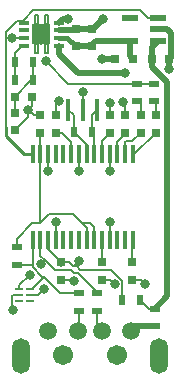
<source format=gtl>
G04 #@! TF.GenerationSoftware,KiCad,Pcbnew,(5.1.8)-1*
G04 #@! TF.CreationDate,2021-01-24T13:56:55+09:00*
G04 #@! TF.ProjectId,USB-Audio-PCM2906,5553422d-4175-4646-996f-2d50434d3239,rev?*
G04 #@! TF.SameCoordinates,Original*
G04 #@! TF.FileFunction,Copper,L1,Top*
G04 #@! TF.FilePolarity,Positive*
%FSLAX46Y46*%
G04 Gerber Fmt 4.6, Leading zero omitted, Abs format (unit mm)*
G04 Created by KiCad (PCBNEW (5.1.8)-1) date 2021-01-24 13:56:55*
%MOMM*%
%LPD*%
G01*
G04 APERTURE LIST*
G04 #@! TA.AperFunction,EtchedComponent*
%ADD10C,0.152400*%
G04 #@! TD*
G04 #@! TA.AperFunction,ComponentPad*
%ADD11O,1.500000X3.000000*%
G04 #@! TD*
G04 #@! TA.AperFunction,ComponentPad*
%ADD12C,1.701800*%
G04 #@! TD*
G04 #@! TA.AperFunction,ComponentPad*
%ADD13C,1.498600*%
G04 #@! TD*
G04 #@! TA.AperFunction,SMDPad,CuDef*
%ADD14R,0.500000X0.900000*%
G04 #@! TD*
G04 #@! TA.AperFunction,SMDPad,CuDef*
%ADD15R,0.750000X0.800000*%
G04 #@! TD*
G04 #@! TA.AperFunction,SMDPad,CuDef*
%ADD16R,0.800000X0.750000*%
G04 #@! TD*
G04 #@! TA.AperFunction,SMDPad,CuDef*
%ADD17R,0.900000X0.500000*%
G04 #@! TD*
G04 #@! TA.AperFunction,SMDPad,CuDef*
%ADD18R,0.650000X0.250000*%
G04 #@! TD*
G04 #@! TA.AperFunction,SMDPad,CuDef*
%ADD19R,1.350000X0.600000*%
G04 #@! TD*
G04 #@! TA.AperFunction,SMDPad,CuDef*
%ADD20R,0.431000X1.639799*%
G04 #@! TD*
G04 #@! TA.AperFunction,ComponentPad*
%ADD21C,0.508000*%
G04 #@! TD*
G04 #@! TA.AperFunction,SMDPad,CuDef*
%ADD22R,1.500000X1.750000*%
G04 #@! TD*
G04 #@! TA.AperFunction,SMDPad,CuDef*
%ADD23R,0.850000X0.350000*%
G04 #@! TD*
G04 #@! TA.AperFunction,SMDPad,CuDef*
%ADD24R,0.400000X1.900000*%
G04 #@! TD*
G04 #@! TA.AperFunction,ViaPad*
%ADD25C,0.800000*%
G04 #@! TD*
G04 #@! TA.AperFunction,Conductor*
%ADD26C,0.200000*%
G04 #@! TD*
G04 #@! TA.AperFunction,Conductor*
%ADD27C,0.500000*%
G04 #@! TD*
G04 #@! TA.AperFunction,Conductor*
%ADD28C,0.400000*%
G04 #@! TD*
G04 #@! TA.AperFunction,Conductor*
%ADD29C,0.250000*%
G04 #@! TD*
G04 APERTURE END LIST*
D10*
G04 #@! TO.C,U4*
X144400000Y-91425000D02*
X144400000Y-91425000D01*
X144400000Y-91425000D02*
X144400000Y-91425000D01*
X144400000Y-91425000D02*
X144400000Y-91425000D01*
X144400000Y-91425000D02*
X144400000Y-91425000D01*
X144400000Y-91425000D02*
X144400000Y-91425000D01*
X144400000Y-91425000D02*
X144400000Y-91425000D01*
X144400000Y-91425000D02*
X144400000Y-91425000D01*
X144400000Y-91425000D02*
X144400000Y-91425000D01*
X144400000Y-93175000D02*
X144400000Y-93175000D01*
X144400000Y-93175000D02*
X144400000Y-93175000D01*
X144400000Y-93175000D02*
X144400000Y-93175000D01*
X144400000Y-93175000D02*
X144400000Y-93175000D01*
X144400000Y-93175000D02*
X144400000Y-93175000D01*
X144400000Y-93175000D02*
X144400000Y-93175000D01*
X144400000Y-93175000D02*
X144400000Y-93175000D01*
X144400000Y-93175000D02*
X144400000Y-93175000D01*
X143853200Y-91425000D02*
X143853200Y-90725000D01*
X143853200Y-90725000D02*
X144083200Y-90725000D01*
X144083200Y-90725000D02*
X144083200Y-91425000D01*
X144083200Y-91425000D02*
X143853200Y-91425000D01*
X144946800Y-91425000D02*
X144946800Y-90725000D01*
X144946800Y-90725000D02*
X144716800Y-90725000D01*
X144716800Y-90725000D02*
X144716800Y-91425000D01*
X144716800Y-91425000D02*
X144946800Y-91425000D01*
X144946800Y-93175000D02*
X144946800Y-93875000D01*
X144946800Y-93875000D02*
X144716800Y-93875000D01*
X144716800Y-93875000D02*
X144716800Y-93175000D01*
X144716800Y-93175000D02*
X144946800Y-93175000D01*
X143853200Y-93175000D02*
X143853200Y-93875000D01*
X143853200Y-93875000D02*
X144083200Y-93875000D01*
X144083200Y-93875000D02*
X144083200Y-93175000D01*
X144083200Y-93175000D02*
X143853200Y-93175000D01*
G04 #@! TD*
D11*
G04 #@! TO.P,J1,5*
G04 #@! TO.N,GND*
X154350000Y-119571994D03*
G04 #@! TO.P,J1,6*
G04 #@! TO.N,N/C*
X142650001Y-119571994D03*
D12*
G04 #@! TO.P,J1,7*
X150800001Y-119500000D03*
G04 #@! TO.P,J1,8*
X146200000Y-119500000D03*
D13*
G04 #@! TO.P,J1,1*
G04 #@! TO.N,Net-(F1-Pad2)*
X152000000Y-117400000D03*
G04 #@! TO.P,J1,2*
G04 #@! TO.N,Net-(J1-Pad2)*
X149500001Y-117400000D03*
G04 #@! TO.P,J1,3*
G04 #@! TO.N,Net-(J1-Pad3)*
X147500000Y-117400000D03*
G04 #@! TO.P,J1,4*
G04 #@! TO.N,GND*
X145000002Y-117400000D03*
G04 #@! TD*
D14*
G04 #@! TO.P,R9,1*
G04 #@! TO.N,Net-(C12-Pad2)*
X143700000Y-96200000D03*
G04 #@! TO.P,R9,2*
G04 #@! TO.N,Net-(R8-Pad2)*
X142200000Y-96200000D03*
G04 #@! TD*
D15*
G04 #@! TO.P,C13,2*
G04 #@! TO.N,Net-(C12-Pad2)*
X142200000Y-98950000D03*
G04 #@! TO.P,C13,1*
G04 #@! TO.N,GND*
X142200000Y-100450000D03*
G04 #@! TD*
G04 #@! TO.P,C1,2*
G04 #@! TO.N,GND*
X146100000Y-113100000D03*
G04 #@! TO.P,C1,1*
G04 #@! TO.N,Net-(C1-Pad1)*
X146100000Y-111600000D03*
G04 #@! TD*
G04 #@! TO.P,C2,2*
G04 #@! TO.N,Net-(C2-Pad2)*
X149500000Y-111600000D03*
G04 #@! TO.P,C2,1*
G04 #@! TO.N,GND*
X149500000Y-113100000D03*
G04 #@! TD*
G04 #@! TO.P,C3,1*
G04 #@! TO.N,GND*
X152100000Y-113100000D03*
G04 #@! TO.P,C3,2*
G04 #@! TO.N,Net-(C3-Pad2)*
X152100000Y-111600000D03*
G04 #@! TD*
D16*
G04 #@! TO.P,C4,1*
G04 #@! TO.N,VBUS*
X153750000Y-94400000D03*
G04 #@! TO.P,C4,2*
G04 #@! TO.N,GND*
X155250000Y-94400000D03*
G04 #@! TD*
G04 #@! TO.P,C5,1*
G04 #@! TO.N,+3V3*
X152150000Y-94400000D03*
G04 #@! TO.P,C5,2*
G04 #@! TO.N,GND*
X150650000Y-94400000D03*
G04 #@! TD*
D15*
G04 #@! TO.P,C6,1*
G04 #@! TO.N,Net-(C6-Pad1)*
X145600000Y-100650000D03*
G04 #@! TO.P,C6,2*
G04 #@! TO.N,GND*
X145600000Y-99150000D03*
G04 #@! TD*
G04 #@! TO.P,C7,2*
G04 #@! TO.N,GND*
X150200000Y-99150000D03*
G04 #@! TO.P,C7,1*
G04 #@! TO.N,Net-(C7-Pad1)*
X150200000Y-100650000D03*
G04 #@! TD*
G04 #@! TO.P,C8,2*
G04 #@! TO.N,GND*
X151500000Y-99150000D03*
G04 #@! TO.P,C8,1*
G04 #@! TO.N,Net-(C8-Pad1)*
X151500000Y-100650000D03*
G04 #@! TD*
G04 #@! TO.P,C9,1*
G04 #@! TO.N,Net-(C9-Pad1)*
X144300000Y-100650000D03*
G04 #@! TO.P,C9,2*
G04 #@! TO.N,GND*
X144300000Y-99150000D03*
G04 #@! TD*
G04 #@! TO.P,C10,2*
G04 #@! TO.N,Net-(C10-Pad2)*
X152800000Y-100650000D03*
G04 #@! TO.P,C10,1*
G04 #@! TO.N,Net-(C10-Pad1)*
X152800000Y-99150000D03*
G04 #@! TD*
G04 #@! TO.P,C11,1*
G04 #@! TO.N,Net-(C11-Pad1)*
X154100000Y-100650000D03*
G04 #@! TO.P,C11,2*
G04 #@! TO.N,Net-(C11-Pad2)*
X154100000Y-99150000D03*
G04 #@! TD*
D16*
G04 #@! TO.P,C12,2*
G04 #@! TO.N,Net-(C12-Pad2)*
X142150000Y-97600000D03*
G04 #@! TO.P,C12,1*
G04 #@! TO.N,GND*
X143650000Y-97600000D03*
G04 #@! TD*
D15*
G04 #@! TO.P,C14,1*
G04 #@! TO.N,+3V3*
X147300000Y-93350000D03*
G04 #@! TO.P,C14,2*
G04 #@! TO.N,GND*
X147300000Y-91850000D03*
G04 #@! TD*
G04 #@! TO.P,C15,2*
G04 #@! TO.N,GND*
X148700000Y-91850000D03*
G04 #@! TO.P,C15,1*
G04 #@! TO.N,+3V3*
X148700000Y-93350000D03*
G04 #@! TD*
D17*
G04 #@! TO.P,F1,2*
G04 #@! TO.N,Net-(F1-Pad2)*
X154000000Y-117050000D03*
G04 #@! TO.P,F1,1*
G04 #@! TO.N,VBUS*
X154000000Y-115550000D03*
G04 #@! TD*
G04 #@! TO.P,R1,1*
G04 #@! TO.N,Net-(R1-Pad1)*
X147600000Y-114250000D03*
G04 #@! TO.P,R1,2*
G04 #@! TO.N,Net-(J1-Pad3)*
X147600000Y-115750000D03*
G04 #@! TD*
G04 #@! TO.P,R2,2*
G04 #@! TO.N,Net-(J1-Pad2)*
X149100000Y-115750000D03*
G04 #@! TO.P,R2,1*
G04 #@! TO.N,Net-(R2-Pad1)*
X149100000Y-114250000D03*
G04 #@! TD*
D14*
G04 #@! TO.P,R3,1*
G04 #@! TO.N,Net-(C1-Pad1)*
X151250000Y-114800000D03*
G04 #@! TO.P,R3,2*
G04 #@! TO.N,VBUS*
X152750000Y-114800000D03*
G04 #@! TD*
D17*
G04 #@! TO.P,R4,2*
G04 #@! TO.N,Net-(R1-Pad1)*
X142300000Y-111850000D03*
G04 #@! TO.P,R4,1*
G04 #@! TO.N,Net-(C9-Pad1)*
X142300000Y-110350000D03*
G04 #@! TD*
D14*
G04 #@! TO.P,R5,2*
G04 #@! TO.N,Net-(R5-Pad2)*
X148650000Y-100600000D03*
G04 #@! TO.P,R5,1*
G04 #@! TO.N,Net-(R5-Pad1)*
X147150000Y-100600000D03*
G04 #@! TD*
D17*
G04 #@! TO.P,R6,1*
G04 #@! TO.N,Net-(R6-Pad1)*
X152500000Y-96500000D03*
G04 #@! TO.P,R6,2*
G04 #@! TO.N,Net-(C10-Pad1)*
X152500000Y-98000000D03*
G04 #@! TD*
G04 #@! TO.P,R7,2*
G04 #@! TO.N,Net-(C11-Pad2)*
X153900000Y-98000000D03*
G04 #@! TO.P,R7,1*
G04 #@! TO.N,Net-(R6-Pad1)*
X153900000Y-96500000D03*
G04 #@! TD*
D14*
G04 #@! TO.P,R8,1*
G04 #@! TO.N,Net-(C12-Pad2)*
X143700000Y-94700000D03*
G04 #@! TO.P,R8,2*
G04 #@! TO.N,Net-(R8-Pad2)*
X142200000Y-94700000D03*
G04 #@! TD*
D18*
G04 #@! TO.P,U1,3*
G04 #@! TO.N,Net-(U1-Pad3)*
X142525000Y-114900000D03*
G04 #@! TO.P,U1,2*
G04 #@! TO.N,GND*
X142525000Y-114400000D03*
G04 #@! TO.P,U1,1*
G04 #@! TO.N,Net-(R2-Pad1)*
X142525000Y-113900000D03*
G04 #@! TO.P,U1,4*
G04 #@! TO.N,Net-(U1-Pad4)*
X143475000Y-114900000D03*
G04 #@! TO.P,U1,5*
G04 #@! TO.N,Net-(C1-Pad1)*
X143475000Y-114400000D03*
G04 #@! TO.P,U1,6*
G04 #@! TO.N,Net-(R1-Pad1)*
X143475000Y-113900000D03*
G04 #@! TD*
D19*
G04 #@! TO.P,U2,1*
G04 #@! TO.N,VBUS*
X154285000Y-92850000D03*
G04 #@! TO.P,U2,2*
G04 #@! TO.N,GND*
X154285000Y-91900000D03*
G04 #@! TO.P,U2,3*
G04 #@! TO.N,EN*
X154285000Y-90950000D03*
G04 #@! TO.P,U2,4*
G04 #@! TO.N,Net-(U2-Pad4)*
X151915000Y-90950000D03*
G04 #@! TO.P,U2,5*
G04 #@! TO.N,+3V3*
X151915000Y-92850000D03*
G04 #@! TD*
D20*
G04 #@! TO.P,U3,1*
G04 #@! TO.N,Net-(R1-Pad1)*
X143675000Y-109732200D03*
G04 #@! TO.P,U3,2*
G04 #@! TO.N,Net-(R2-Pad1)*
X144325001Y-109732200D03*
G04 #@! TO.P,U3,3*
G04 #@! TO.N,Net-(C1-Pad1)*
X144975000Y-109732200D03*
G04 #@! TO.P,U3,4*
G04 #@! TO.N,GND*
X145625001Y-109732200D03*
G04 #@! TO.P,U3,5*
G04 #@! TO.N,Net-(U3-Pad5)*
X146274999Y-109732200D03*
G04 #@! TO.P,U3,6*
G04 #@! TO.N,Net-(U3-Pad6)*
X146925001Y-109732200D03*
G04 #@! TO.P,U3,7*
G04 #@! TO.N,Net-(U3-Pad7)*
X147574999Y-109732200D03*
G04 #@! TO.P,U3,8*
G04 #@! TO.N,Net-(C9-Pad1)*
X148224998Y-109732200D03*
G04 #@! TO.P,U3,9*
X148874999Y-109732200D03*
G04 #@! TO.P,U3,10*
G04 #@! TO.N,Net-(C2-Pad2)*
X149524998Y-109732200D03*
G04 #@! TO.P,U3,11*
G04 #@! TO.N,GND*
X150174999Y-109732200D03*
G04 #@! TO.P,U3,12*
G04 #@! TO.N,Net-(U3-Pad12)*
X150824998Y-109732200D03*
G04 #@! TO.P,U3,13*
G04 #@! TO.N,Net-(U3-Pad13)*
X151474999Y-109732200D03*
G04 #@! TO.P,U3,14*
G04 #@! TO.N,Net-(C3-Pad2)*
X152124998Y-109732200D03*
G04 #@! TO.P,U3,15*
G04 #@! TO.N,Net-(C11-Pad1)*
X152125000Y-102467800D03*
G04 #@! TO.P,U3,16*
G04 #@! TO.N,Net-(C10-Pad2)*
X151474999Y-102467800D03*
G04 #@! TO.P,U3,17*
G04 #@! TO.N,Net-(C8-Pad1)*
X150825000Y-102467800D03*
G04 #@! TO.P,U3,18*
G04 #@! TO.N,GND*
X150174999Y-102467800D03*
G04 #@! TO.P,U3,19*
G04 #@! TO.N,Net-(C7-Pad1)*
X149525001Y-102467800D03*
G04 #@! TO.P,U3,20*
G04 #@! TO.N,Net-(R5-Pad2)*
X148874999Y-102467800D03*
G04 #@! TO.P,U3,21*
G04 #@! TO.N,Net-(R5-Pad1)*
X148225001Y-102467800D03*
G04 #@! TO.P,U3,22*
G04 #@! TO.N,GND*
X147574999Y-102467800D03*
G04 #@! TO.P,U3,23*
G04 #@! TO.N,Net-(C6-Pad1)*
X146925001Y-102467800D03*
G04 #@! TO.P,U3,24*
G04 #@! TO.N,Net-(U3-Pad24)*
X146274999Y-102467800D03*
G04 #@! TO.P,U3,25*
G04 #@! TO.N,Net-(U3-Pad25)*
X145625001Y-102467800D03*
G04 #@! TO.P,U3,26*
G04 #@! TO.N,GND*
X144975000Y-102467800D03*
G04 #@! TO.P,U3,27*
G04 #@! TO.N,Net-(C9-Pad1)*
X144325001Y-102467800D03*
G04 #@! TO.P,U3,28*
G04 #@! TO.N,EN*
X143675000Y-102467800D03*
G04 #@! TD*
D21*
G04 #@! TO.P,U4,9*
G04 #@! TO.N,GND*
X144400000Y-91906300D03*
X144400000Y-92693700D03*
D22*
X144400000Y-92300000D03*
D23*
G04 #@! TO.P,U4,8*
G04 #@! TO.N,Net-(LS1-Pad1)*
X145875001Y-91325001D03*
G04 #@! TO.P,U4,7*
G04 #@! TO.N,GND*
X145875001Y-91974999D03*
G04 #@! TO.P,U4,6*
G04 #@! TO.N,+3V3*
X145875001Y-92625001D03*
G04 #@! TO.P,U4,5*
G04 #@! TO.N,Net-(LS1-Pad2)*
X145875001Y-93274999D03*
G04 #@! TO.P,U4,4*
G04 #@! TO.N,Net-(R8-Pad2)*
X142924999Y-93274999D03*
G04 #@! TO.P,U4,3*
G04 #@! TO.N,Net-(R6-Pad1)*
X142924999Y-92625001D03*
G04 #@! TO.P,U4,2*
G04 #@! TO.N,Net-(U4-Pad2)*
X142924999Y-91974999D03*
G04 #@! TO.P,U4,1*
G04 #@! TO.N,EN*
X142924999Y-91325001D03*
G04 #@! TD*
D24*
G04 #@! TO.P,Y1,3*
G04 #@! TO.N,Net-(R5-Pad1)*
X146700000Y-98700000D03*
G04 #@! TO.P,Y1,2*
G04 #@! TO.N,GND*
X147900000Y-98700000D03*
G04 #@! TO.P,Y1,1*
G04 #@! TO.N,Net-(R5-Pad2)*
X149100000Y-98700000D03*
G04 #@! TD*
D25*
G04 #@! TO.N,GND*
X145600000Y-108200000D03*
X150200000Y-108200000D03*
X147200000Y-113200000D03*
X150600000Y-113500000D03*
X153200000Y-113500000D03*
X142000000Y-115700000D03*
X150200000Y-103900000D03*
X147600000Y-103900000D03*
X145000000Y-103900000D03*
X151350000Y-98050000D03*
X150200000Y-98100000D03*
X147900000Y-97200000D03*
X145900000Y-98000000D03*
X155200000Y-95300000D03*
X149500000Y-94400000D03*
X149590553Y-91000000D03*
X143300000Y-98700000D03*
G04 #@! TO.N,Net-(C1-Pad1)*
X144600000Y-113900000D03*
X147600000Y-111500000D03*
G04 #@! TO.N,Net-(LS1-Pad1)*
X146700000Y-91000000D03*
G04 #@! TO.N,Net-(LS1-Pad2)*
X151450000Y-95600000D03*
G04 #@! TO.N,Net-(R2-Pad1)*
X143400000Y-112700000D03*
X144400000Y-111800000D03*
G04 #@! TO.N,Net-(R6-Pad1)*
X144800000Y-94600000D03*
X141950000Y-92600000D03*
G04 #@! TD*
D26*
G04 #@! TO.N,GND*
X145625001Y-108225001D02*
X145600000Y-108200000D01*
X145625001Y-109732200D02*
X145625001Y-108225001D01*
X150174999Y-108225001D02*
X150200000Y-108200000D01*
X150174999Y-109732200D02*
X150174999Y-108225001D01*
X146100000Y-113100000D02*
X147100000Y-113100000D01*
X147100000Y-113100000D02*
X147200000Y-113200000D01*
X150200000Y-113100000D02*
X150600000Y-113500000D01*
X149500000Y-113100000D02*
X150200000Y-113100000D01*
X152800000Y-113100000D02*
X153200000Y-113500000D01*
X152100000Y-113100000D02*
X152800000Y-113100000D01*
X141947599Y-115647599D02*
X142000000Y-115700000D01*
X141947599Y-114452401D02*
X141947599Y-115647599D01*
X142000000Y-114400000D02*
X141947599Y-114452401D01*
X142525000Y-114400000D02*
X142000000Y-114400000D01*
X150174999Y-103874999D02*
X150200000Y-103900000D01*
X150174999Y-102467800D02*
X150174999Y-103874999D01*
X147574999Y-103874999D02*
X147600000Y-103900000D01*
X147574999Y-102467800D02*
X147574999Y-103874999D01*
X144975000Y-103875000D02*
X145000000Y-103900000D01*
X144975000Y-102467800D02*
X144975000Y-103875000D01*
X150200000Y-99150000D02*
X150200000Y-98100000D01*
X147900000Y-98700000D02*
X147900000Y-97200000D01*
X145600000Y-98300000D02*
X145900000Y-98000000D01*
X145600000Y-99150000D02*
X145600000Y-98300000D01*
D27*
X155034322Y-91900000D02*
X154285000Y-91900000D01*
X155362401Y-92228079D02*
X155034322Y-91900000D01*
X155362401Y-94287599D02*
X155362401Y-92228079D01*
X155250000Y-94400000D02*
X155362401Y-94287599D01*
X150650000Y-94400000D02*
X149500000Y-94400000D01*
X146975001Y-91974999D02*
X147100000Y-91850000D01*
X145875001Y-91974999D02*
X146975001Y-91974999D01*
X147100000Y-91850000D02*
X148500000Y-91850000D01*
X148740553Y-91850000D02*
X149590553Y-91000000D01*
X148500000Y-91850000D02*
X148740553Y-91850000D01*
X155250000Y-95250000D02*
X155236323Y-95263677D01*
X155250000Y-94400000D02*
X155250000Y-95250000D01*
D26*
X151500000Y-98200000D02*
X151350000Y-98050000D01*
X151500000Y-99150000D02*
X151500000Y-98200000D01*
X143650000Y-98350000D02*
X143300000Y-98700000D01*
X143650000Y-97600000D02*
X143650000Y-98350000D01*
X143750000Y-99150000D02*
X143300000Y-98700000D01*
X144300000Y-99150000D02*
X143750000Y-99150000D01*
X143300000Y-99350000D02*
X143300000Y-98700000D01*
X142200000Y-100450000D02*
X143300000Y-99350000D01*
G04 #@! TO.N,Net-(C1-Pad1)*
X145950000Y-111450000D02*
X146100000Y-111600000D01*
X146100000Y-111900000D02*
X146100000Y-111600000D01*
X146748384Y-111600000D02*
X146100000Y-111600000D01*
X144100000Y-114400000D02*
X144600000Y-113900000D01*
X143475000Y-114400000D02*
X144100000Y-114400000D01*
X147174192Y-111925808D02*
X147074192Y-111925808D01*
X147600000Y-111500000D02*
X147174192Y-111925808D01*
X147074192Y-111925808D02*
X146748384Y-111600000D01*
X144975000Y-110475000D02*
X146100000Y-111600000D01*
X144975000Y-109732200D02*
X144975000Y-110475000D01*
X147716341Y-112252401D02*
X147389748Y-111925808D01*
X147389748Y-111925808D02*
X147074192Y-111925808D01*
X151252402Y-114797598D02*
X151252402Y-113186846D01*
X151250000Y-114800000D02*
X151252402Y-114797598D01*
X151252402Y-113186846D02*
X150317957Y-112252401D01*
X150317957Y-112252401D02*
X147716341Y-112252401D01*
G04 #@! TO.N,Net-(C2-Pad2)*
X149500000Y-109757198D02*
X149524998Y-109732200D01*
X149500000Y-111600000D02*
X149500000Y-109757198D01*
G04 #@! TO.N,Net-(C3-Pad2)*
X152100000Y-109757198D02*
X152124998Y-109732200D01*
X152100000Y-111600000D02*
X152100000Y-109757198D01*
G04 #@! TO.N,VBUS*
X153500000Y-115550000D02*
X152750000Y-114800000D01*
X154000000Y-115550000D02*
X153500000Y-115550000D01*
D27*
X153750000Y-93385000D02*
X154285000Y-92850000D01*
X153750000Y-94400000D02*
X153750000Y-93385000D01*
X154000000Y-115550000D02*
X155052401Y-114497599D01*
X153750000Y-94700001D02*
X153750000Y-94400000D01*
X153750000Y-94400000D02*
X153750000Y-95050000D01*
X153750000Y-95050000D02*
X154547599Y-95847599D01*
X155052401Y-96339955D02*
X155052401Y-114497599D01*
X154560045Y-95847599D02*
X155052401Y-96339955D01*
X154547599Y-95847599D02*
X154560045Y-95847599D01*
G04 #@! TO.N,+3V3*
X151815000Y-92950000D02*
X151915000Y-92850000D01*
X151915000Y-94165000D02*
X152150000Y-94400000D01*
X151915000Y-92850000D02*
X151915000Y-94165000D01*
X149000000Y-92850000D02*
X148500000Y-93350000D01*
X151915000Y-92850000D02*
X149000000Y-92850000D01*
X148700000Y-93350000D02*
X147300000Y-93350000D01*
D28*
X146575001Y-92625001D02*
X147300000Y-93350000D01*
X145875001Y-92625001D02*
X146575001Y-92625001D01*
D26*
G04 #@! TO.N,Net-(C6-Pad1)*
X146127100Y-100650000D02*
X145600000Y-100650000D01*
X146925001Y-101447901D02*
X146127100Y-100650000D01*
X146925001Y-102467800D02*
X146925001Y-101447901D01*
G04 #@! TO.N,Net-(C7-Pad1)*
X149525001Y-101324999D02*
X150200000Y-100650000D01*
X149525001Y-102467800D02*
X149525001Y-101324999D01*
G04 #@! TO.N,Net-(C8-Pad1)*
X151500000Y-100772901D02*
X151500000Y-100650000D01*
X150825000Y-101447901D02*
X151500000Y-100772901D01*
X150825000Y-102467800D02*
X150825000Y-101447901D01*
G04 #@! TO.N,Net-(C9-Pad1)*
X144300000Y-102442799D02*
X144325001Y-102467800D01*
X144300000Y-100650000D02*
X144300000Y-102442799D01*
X142300000Y-109617479D02*
X143617479Y-108300000D01*
X142300000Y-110350000D02*
X142300000Y-109617479D01*
X148224998Y-108712301D02*
X148224998Y-109732200D01*
X147812697Y-108300000D02*
X148224998Y-108712301D01*
X147812697Y-108300000D02*
X148500000Y-108300000D01*
X148874999Y-108674999D02*
X148874999Y-109732200D01*
X148500000Y-108300000D02*
X148874999Y-108674999D01*
X144325001Y-108274999D02*
X144300000Y-108300000D01*
X144325001Y-102467800D02*
X144325001Y-108274999D01*
X143617479Y-108300000D02*
X144300000Y-108300000D01*
X144300000Y-108300000D02*
X145052402Y-107547598D01*
X147060295Y-107547598D02*
X147812697Y-108300000D01*
X145052402Y-107547598D02*
X147060295Y-107547598D01*
G04 #@! TO.N,Net-(C10-Pad2)*
X152054500Y-101395500D02*
X152800000Y-100650000D01*
X151527400Y-101395500D02*
X152054500Y-101395500D01*
X151474999Y-101447901D02*
X151527400Y-101395500D01*
X151474999Y-102467800D02*
X151474999Y-101447901D01*
G04 #@! TO.N,Net-(C10-Pad1)*
X152800000Y-99150000D02*
X152800000Y-98000000D01*
G04 #@! TO.N,Net-(C11-Pad1)*
X152282200Y-102467800D02*
X154100000Y-100650000D01*
X152125000Y-102467800D02*
X152282200Y-102467800D01*
G04 #@! TO.N,Net-(C11-Pad2)*
X154100000Y-98100000D02*
X154200000Y-98000000D01*
X154100000Y-99150000D02*
X154100000Y-98100000D01*
D29*
G04 #@! TO.N,Net-(C12-Pad2)*
X142200000Y-98950000D02*
X142200000Y-98824322D01*
D26*
X143700000Y-94700000D02*
X143700000Y-96200000D01*
X143550000Y-96200000D02*
X142150000Y-97600000D01*
X143700000Y-96200000D02*
X143550000Y-96200000D01*
X142150000Y-98900000D02*
X142200000Y-98950000D01*
X142150000Y-97600000D02*
X142150000Y-98900000D01*
G04 #@! TO.N,Net-(F1-Pad2)*
X152350000Y-117050000D02*
X152000000Y-117400000D01*
D27*
X154000000Y-117050000D02*
X152350000Y-117050000D01*
G04 #@! TO.N,Net-(LS1-Pad1)*
X145877413Y-91322589D02*
X145875001Y-91322589D01*
X146200002Y-91000000D02*
X145877413Y-91322589D01*
X146700000Y-91000000D02*
X146200002Y-91000000D01*
G04 #@! TO.N,Net-(LS1-Pad2)*
X147525002Y-95600000D02*
X151450000Y-95600000D01*
X145875001Y-93949999D02*
X147525002Y-95600000D01*
X145875001Y-93274999D02*
X145875001Y-93949999D01*
D26*
G04 #@! TO.N,Net-(R1-Pad1)*
X147600000Y-114250000D02*
X147600000Y-114275000D01*
X143675000Y-111904322D02*
X143675000Y-109732200D01*
X147600000Y-114250000D02*
X146020678Y-114250000D01*
X143620678Y-111850000D02*
X143675000Y-111904322D01*
X142300000Y-111850000D02*
X143620678Y-111850000D01*
X143475000Y-113900000D02*
X143600000Y-113900000D01*
X143600000Y-113900000D02*
X144635339Y-112864661D01*
X146020678Y-114250000D02*
X144635339Y-112864661D01*
X144499107Y-112864661D02*
X143675000Y-112040554D01*
X144635339Y-112864661D02*
X144499107Y-112864661D01*
X143675000Y-112040554D02*
X143675000Y-111904322D01*
G04 #@! TO.N,Net-(J1-Pad3)*
X147600000Y-117300000D02*
X147500000Y-117400000D01*
X147600000Y-115750000D02*
X147600000Y-117300000D01*
G04 #@! TO.N,Net-(J1-Pad2)*
X149100000Y-116999999D02*
X149500001Y-117400000D01*
X149100000Y-115750000D02*
X149100000Y-116999999D01*
G04 #@! TO.N,Net-(R2-Pad1)*
X149100000Y-114250000D02*
X149025000Y-114250000D01*
X144325001Y-111054323D02*
X144325001Y-109732200D01*
X142525000Y-113575000D02*
X143400000Y-112700000D01*
X142525000Y-113900000D02*
X142525000Y-113575000D01*
X144685339Y-111514661D02*
X144685339Y-111414661D01*
X144400000Y-111800000D02*
X144685339Y-111514661D01*
X144685339Y-111414661D02*
X144325001Y-111054323D01*
X147513154Y-112547598D02*
X147197598Y-112547598D01*
X145523079Y-112252401D02*
X144685339Y-111414661D01*
X146902401Y-112252401D02*
X145523079Y-112252401D01*
X147197598Y-112547598D02*
X146902401Y-112252401D01*
X149100000Y-114250000D02*
X149100000Y-114134444D01*
X149100000Y-114134444D02*
X147513154Y-112547598D01*
G04 #@! TO.N,Net-(R5-Pad2)*
X148874999Y-100824999D02*
X148650000Y-100600000D01*
X148874999Y-102467800D02*
X148874999Y-100824999D01*
X148650000Y-99150000D02*
X149100000Y-98700000D01*
X148650000Y-100600000D02*
X148650000Y-99150000D01*
G04 #@! TO.N,Net-(R5-Pad1)*
X148225001Y-101675001D02*
X147150000Y-100600000D01*
X148225001Y-102467800D02*
X148225001Y-101675001D01*
X147150000Y-99150000D02*
X146700000Y-98700000D01*
X147150000Y-100600000D02*
X147150000Y-99150000D01*
G04 #@! TO.N,Net-(R6-Pad1)*
X142899998Y-92600000D02*
X142924999Y-92625001D01*
X142000000Y-92600000D02*
X142899998Y-92600000D01*
X154100000Y-96500000D02*
X152700000Y-96500000D01*
X146700000Y-96500000D02*
X144800000Y-94600000D01*
X152800000Y-96500000D02*
X146700000Y-96500000D01*
G04 #@! TO.N,Net-(R8-Pad2)*
X142200000Y-93906298D02*
X142924999Y-93181299D01*
X142200000Y-94700000D02*
X142200000Y-93906298D01*
X142200000Y-94700000D02*
X142200000Y-96200000D01*
G04 #@! TO.N,EN*
X152762690Y-90302690D02*
X153410000Y-90950000D01*
X143717086Y-90302690D02*
X152762690Y-90302690D01*
X142924999Y-91231301D02*
X142924999Y-91094777D01*
X142299999Y-91231301D02*
X142924999Y-91231301D01*
X153410000Y-90950000D02*
X154285000Y-90950000D01*
X141386275Y-92145025D02*
X142299999Y-91231301D01*
X142924999Y-91094777D02*
X143717086Y-90302690D01*
X141386275Y-100179075D02*
X141386275Y-92145025D01*
D29*
X142943478Y-102467800D02*
X143675000Y-102467800D01*
X141386275Y-100910597D02*
X142943478Y-102467800D01*
X141386275Y-100179075D02*
X141386275Y-100910597D01*
G04 #@! TD*
M02*

</source>
